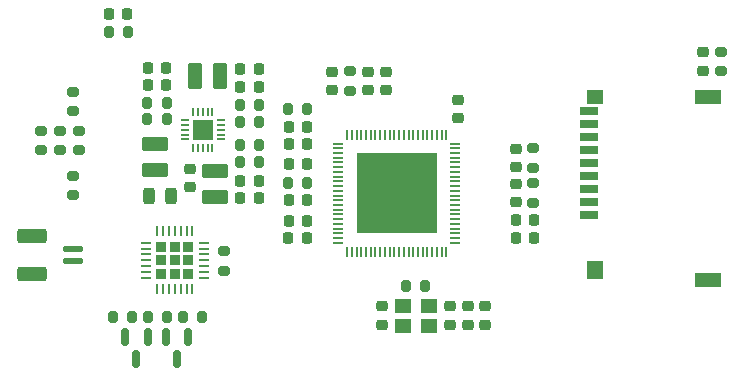
<source format=gbr>
%TF.GenerationSoftware,KiCad,Pcbnew,7.0.2*%
%TF.CreationDate,2023-05-11T00:09:11+08:00*%
%TF.ProjectId,LinuxDK,4c696e75-7844-44b2-9e6b-696361645f70,rev?*%
%TF.SameCoordinates,Original*%
%TF.FileFunction,Paste,Bot*%
%TF.FilePolarity,Positive*%
%FSLAX46Y46*%
G04 Gerber Fmt 4.6, Leading zero omitted, Abs format (unit mm)*
G04 Created by KiCad (PCBNEW 7.0.2) date 2023-05-11 00:09:11*
%MOMM*%
%LPD*%
G01*
G04 APERTURE LIST*
G04 Aperture macros list*
%AMRoundRect*
0 Rectangle with rounded corners*
0 $1 Rounding radius*
0 $2 $3 $4 $5 $6 $7 $8 $9 X,Y pos of 4 corners*
0 Add a 4 corners polygon primitive as box body*
4,1,4,$2,$3,$4,$5,$6,$7,$8,$9,$2,$3,0*
0 Add four circle primitives for the rounded corners*
1,1,$1+$1,$2,$3*
1,1,$1+$1,$4,$5*
1,1,$1+$1,$6,$7*
1,1,$1+$1,$8,$9*
0 Add four rect primitives between the rounded corners*
20,1,$1+$1,$2,$3,$4,$5,0*
20,1,$1+$1,$4,$5,$6,$7,0*
20,1,$1+$1,$6,$7,$8,$9,0*
20,1,$1+$1,$8,$9,$2,$3,0*%
G04 Aperture macros list end*
%ADD10R,1.600000X0.700000*%
%ADD11R,1.400000X1.200000*%
%ADD12R,1.400000X1.600000*%
%ADD13R,2.200000X1.200000*%
%ADD14RoundRect,0.200000X0.275000X-0.200000X0.275000X0.200000X-0.275000X0.200000X-0.275000X-0.200000X0*%
%ADD15RoundRect,0.225000X-0.225000X-0.250000X0.225000X-0.250000X0.225000X0.250000X-0.225000X0.250000X0*%
%ADD16RoundRect,0.225000X0.250000X-0.225000X0.250000X0.225000X-0.250000X0.225000X-0.250000X-0.225000X0*%
%ADD17RoundRect,0.200000X-0.200000X-0.275000X0.200000X-0.275000X0.200000X0.275000X-0.200000X0.275000X0*%
%ADD18RoundRect,0.150000X-0.150000X0.587500X-0.150000X-0.587500X0.150000X-0.587500X0.150000X0.587500X0*%
%ADD19RoundRect,0.200000X0.200000X0.275000X-0.200000X0.275000X-0.200000X-0.275000X0.200000X-0.275000X0*%
%ADD20RoundRect,0.218750X0.256250X-0.218750X0.256250X0.218750X-0.256250X0.218750X-0.256250X-0.218750X0*%
%ADD21RoundRect,0.225000X-0.250000X0.225000X-0.250000X-0.225000X0.250000X-0.225000X0.250000X0.225000X0*%
%ADD22R,0.800000X0.200000*%
%ADD23R,0.200000X0.800000*%
%ADD24R,1.750000X1.750000*%
%ADD25RoundRect,0.200000X-0.275000X0.200000X-0.275000X-0.200000X0.275000X-0.200000X0.275000X0.200000X0*%
%ADD26RoundRect,0.100000X-0.750000X0.150000X-0.750000X-0.150000X0.750000X-0.150000X0.750000X0.150000X0*%
%ADD27RoundRect,0.200000X-1.050000X0.400000X-1.050000X-0.400000X1.050000X-0.400000X1.050000X0.400000X0*%
%ADD28RoundRect,0.250000X-0.850000X0.375000X-0.850000X-0.375000X0.850000X-0.375000X0.850000X0.375000X0*%
%ADD29R,0.200000X0.850000*%
%ADD30R,0.850000X0.200000*%
%ADD31R,6.840000X6.840000*%
%ADD32RoundRect,0.250000X0.850000X-0.375000X0.850000X0.375000X-0.850000X0.375000X-0.850000X-0.375000X0*%
%ADD33RoundRect,0.225000X-0.225000X0.225000X-0.225000X-0.225000X0.225000X-0.225000X0.225000X0.225000X0*%
%ADD34RoundRect,0.062500X-0.062500X0.337500X-0.062500X-0.337500X0.062500X-0.337500X0.062500X0.337500X0*%
%ADD35RoundRect,0.062500X-0.337500X0.062500X-0.337500X-0.062500X0.337500X-0.062500X0.337500X0.062500X0*%
%ADD36RoundRect,0.243750X0.243750X0.456250X-0.243750X0.456250X-0.243750X-0.456250X0.243750X-0.456250X0*%
%ADD37RoundRect,0.225000X0.225000X0.250000X-0.225000X0.250000X-0.225000X-0.250000X0.225000X-0.250000X0*%
%ADD38RoundRect,0.250000X0.375000X0.850000X-0.375000X0.850000X-0.375000X-0.850000X0.375000X-0.850000X0*%
G04 APERTURE END LIST*
D10*
%TO.C,J5*%
X156251000Y-98513000D03*
X156251000Y-97413000D03*
X156251000Y-96313000D03*
X156251000Y-95213000D03*
X156251000Y-94113000D03*
X156251000Y-93013000D03*
X156251000Y-91913000D03*
X156251000Y-90813000D03*
X156251000Y-89713000D03*
D11*
X156751000Y-88513000D03*
D12*
X156751000Y-103113000D03*
D13*
X166351000Y-88513000D03*
X166351000Y-104013000D03*
%TD*%
D14*
%TO.C,R8*%
X112572800Y-89725000D03*
X112572800Y-88075000D03*
%TD*%
D15*
%TO.C,C10*%
X126723000Y-87654000D03*
X128273000Y-87654000D03*
%TD*%
D16*
%TO.C,C27*%
X150050100Y-94450200D03*
X150050100Y-92900200D03*
%TD*%
D15*
%TO.C,C4*%
X118873000Y-86034800D03*
X120423000Y-86034800D03*
%TD*%
D17*
%TO.C,R17*%
X126673000Y-89159000D03*
X128323000Y-89159000D03*
%TD*%
D18*
%TO.C,Q1*%
X116972000Y-108839000D03*
X118872000Y-108839000D03*
X117922000Y-110714000D03*
%TD*%
D17*
%TO.C,R2*%
X115557800Y-82981800D03*
X117207800Y-82981800D03*
%TD*%
D14*
%TO.C,R33*%
X125349000Y-103227000D03*
X125349000Y-101577000D03*
%TD*%
D19*
%TO.C,R13*%
X120473000Y-88981200D03*
X118823000Y-88981200D03*
%TD*%
%TO.C,R22*%
X128309000Y-94011800D03*
X126659000Y-94011800D03*
%TD*%
D17*
%TO.C,R4*%
X118861800Y-107109500D03*
X120511800Y-107109500D03*
%TD*%
D20*
%TO.C,D3*%
X165912800Y-86283900D03*
X165912800Y-84708900D03*
%TD*%
D15*
%TO.C,C17*%
X130797000Y-92510000D03*
X132347000Y-92510000D03*
%TD*%
D18*
%TO.C,Q2*%
X120411200Y-108836700D03*
X122311200Y-108836700D03*
X121361200Y-110711700D03*
%TD*%
D17*
%TO.C,R1*%
X140720000Y-104516000D03*
X142370000Y-104516000D03*
%TD*%
D21*
%TO.C,C34*%
X134493000Y-86379000D03*
X134493000Y-87929000D03*
%TD*%
D14*
%TO.C,R11*%
X109829600Y-93027000D03*
X109829600Y-91377000D03*
%TD*%
D22*
%TO.C,IC2*%
X125047000Y-90494000D03*
X125047000Y-90894000D03*
X125047000Y-91294000D03*
X125047000Y-91694000D03*
X125047000Y-92094000D03*
D23*
X124347000Y-92794000D03*
X123947000Y-92794000D03*
X123547000Y-92794000D03*
X123147000Y-92794000D03*
X122747000Y-92794000D03*
D22*
X122047000Y-92094000D03*
X122047000Y-91694000D03*
X122047000Y-91294000D03*
X122047000Y-90894000D03*
X122047000Y-90494000D03*
D23*
X122747000Y-89794000D03*
X123147000Y-89794000D03*
X123547000Y-89794000D03*
X123947000Y-89794000D03*
X124347000Y-89794000D03*
D24*
X123547000Y-91294000D03*
%TD*%
D25*
%TO.C,R27*%
X151497900Y-92850200D03*
X151497900Y-94500200D03*
%TD*%
D21*
%TO.C,C2*%
X138736400Y-106229000D03*
X138736400Y-107779000D03*
%TD*%
D15*
%TO.C,C11*%
X126709000Y-97028000D03*
X128259000Y-97028000D03*
%TD*%
D16*
%TO.C,C29*%
X145161000Y-90310000D03*
X145161000Y-88760000D03*
%TD*%
D15*
%TO.C,C6*%
X118873000Y-87508000D03*
X120423000Y-87508000D03*
%TD*%
D14*
%TO.C,R10*%
X113030000Y-93027000D03*
X113030000Y-91377000D03*
%TD*%
D21*
%TO.C,C24*%
X145982200Y-106229000D03*
X145982200Y-107779000D03*
%TD*%
D17*
%TO.C,R25*%
X130747000Y-95805600D03*
X132397000Y-95805600D03*
%TD*%
D26*
%TO.C,J12*%
X112517000Y-101354000D03*
X112517000Y-102354000D03*
D27*
X109117000Y-100254000D03*
X109117000Y-103454000D03*
%TD*%
D14*
%TO.C,R7*%
X112572800Y-96837000D03*
X112572800Y-95187000D03*
%TD*%
D16*
%TO.C,C1*%
X144451400Y-107779000D03*
X144451400Y-106229000D03*
%TD*%
%TO.C,C22*%
X139014200Y-87929000D03*
X139014200Y-86379000D03*
%TD*%
D11*
%TO.C,Y1*%
X142688000Y-107867000D03*
X140488000Y-107867000D03*
X140488000Y-106167000D03*
X142688000Y-106167000D03*
%TD*%
D28*
%TO.C,L1*%
X119504000Y-92505000D03*
X119504000Y-94655000D03*
%TD*%
D17*
%TO.C,R26*%
X130747000Y-89538200D03*
X132397000Y-89538200D03*
%TD*%
D15*
%TO.C,C26*%
X150025100Y-100406200D03*
X151575100Y-100406200D03*
%TD*%
D19*
%TO.C,R16*%
X128323000Y-90601800D03*
X126673000Y-90601800D03*
%TD*%
D14*
%TO.C,R9*%
X111455200Y-93027000D03*
X111455200Y-91377000D03*
%TD*%
%TO.C,R34*%
X135966200Y-87979000D03*
X135966200Y-86329000D03*
%TD*%
D29*
%TO.C,IC1*%
X135754000Y-91697000D03*
X136154000Y-91697000D03*
X136554000Y-91697000D03*
X136954000Y-91697000D03*
X137354000Y-91697000D03*
X137754000Y-91697000D03*
X138154000Y-91697000D03*
X138554000Y-91697000D03*
X138954000Y-91697000D03*
X139354000Y-91697000D03*
X139754000Y-91697000D03*
X140154000Y-91697000D03*
X140554000Y-91697000D03*
X140954000Y-91697000D03*
X141354000Y-91697000D03*
X141754000Y-91697000D03*
X142154000Y-91697000D03*
X142554000Y-91697000D03*
X142954000Y-91697000D03*
X143354000Y-91697000D03*
X143754000Y-91697000D03*
X144154000Y-91697000D03*
D30*
X144904000Y-92447000D03*
X144904000Y-92847000D03*
X144904000Y-93247000D03*
X144904000Y-93647000D03*
X144904000Y-94047000D03*
X144904000Y-94447000D03*
X144904000Y-94847000D03*
X144904000Y-95247000D03*
X144904000Y-95647000D03*
X144904000Y-96047000D03*
X144904000Y-96447000D03*
X144904000Y-96847000D03*
X144904000Y-97247000D03*
X144904000Y-97647000D03*
X144904000Y-98047000D03*
X144904000Y-98447000D03*
X144904000Y-98847000D03*
X144904000Y-99247000D03*
X144904000Y-99647000D03*
X144904000Y-100047000D03*
X144904000Y-100447000D03*
X144904000Y-100847000D03*
D29*
X144154000Y-101597000D03*
X143754000Y-101597000D03*
X143354000Y-101597000D03*
X142954000Y-101597000D03*
X142554000Y-101597000D03*
X142154000Y-101597000D03*
X141754000Y-101597000D03*
X141354000Y-101597000D03*
X140954000Y-101597000D03*
X140554000Y-101597000D03*
X140154000Y-101597000D03*
X139754000Y-101597000D03*
X139354000Y-101597000D03*
X138954000Y-101597000D03*
X138554000Y-101597000D03*
X138154000Y-101597000D03*
X137754000Y-101597000D03*
X137354000Y-101597000D03*
X136954000Y-101597000D03*
X136554000Y-101597000D03*
X136154000Y-101597000D03*
X135754000Y-101597000D03*
D30*
X135004000Y-100847000D03*
X135004000Y-100447000D03*
X135004000Y-100047000D03*
X135004000Y-99647000D03*
X135004000Y-99247000D03*
X135004000Y-98847000D03*
X135004000Y-98447000D03*
X135004000Y-98047000D03*
X135004000Y-97647000D03*
X135004000Y-97247000D03*
X135004000Y-96847000D03*
X135004000Y-96447000D03*
X135004000Y-96047000D03*
X135004000Y-95647000D03*
X135004000Y-95247000D03*
X135004000Y-94847000D03*
X135004000Y-94447000D03*
X135004000Y-94047000D03*
X135004000Y-93647000D03*
X135004000Y-93247000D03*
X135004000Y-92847000D03*
X135004000Y-92447000D03*
D31*
X139954000Y-96647000D03*
%TD*%
D17*
%TO.C,R18*%
X126673000Y-92564000D03*
X128323000Y-92564000D03*
%TD*%
D15*
%TO.C,C12*%
X126723000Y-86130000D03*
X128273000Y-86130000D03*
%TD*%
D21*
%TO.C,C23*%
X147430000Y-106229000D03*
X147430000Y-107779000D03*
%TD*%
D15*
%TO.C,C13*%
X126709000Y-95612000D03*
X128259000Y-95612000D03*
%TD*%
D25*
%TO.C,R28*%
X151497900Y-95822000D03*
X151497900Y-97472000D03*
%TD*%
D32*
%TO.C,L3*%
X124563000Y-96941000D03*
X124563000Y-94791000D03*
%TD*%
D33*
%TO.C,U3*%
X122278000Y-101219000D03*
X121158000Y-101219000D03*
X120038000Y-101219000D03*
X122278000Y-102339000D03*
X121158000Y-102339000D03*
X120038000Y-102339000D03*
X122278000Y-103459000D03*
X121158000Y-103459000D03*
X120038000Y-103459000D03*
D34*
X119658000Y-99889000D03*
X120158000Y-99889000D03*
X120658000Y-99889000D03*
X121158000Y-99889000D03*
X121658000Y-99889000D03*
X122158000Y-99889000D03*
X122658000Y-99889000D03*
D35*
X123608000Y-100839000D03*
X123608000Y-101339000D03*
X123608000Y-101839000D03*
X123608000Y-102339000D03*
X123608000Y-102839000D03*
X123608000Y-103339000D03*
X123608000Y-103839000D03*
D34*
X122658000Y-104789000D03*
X122158000Y-104789000D03*
X121658000Y-104789000D03*
X121158000Y-104789000D03*
X120658000Y-104789000D03*
X120158000Y-104789000D03*
X119658000Y-104789000D03*
D35*
X118708000Y-103839000D03*
X118708000Y-103339000D03*
X118708000Y-102839000D03*
X118708000Y-102339000D03*
X118708000Y-101839000D03*
X118708000Y-101339000D03*
X118708000Y-100839000D03*
%TD*%
D19*
%TO.C,R3*%
X117565400Y-107109500D03*
X115915400Y-107109500D03*
%TD*%
D16*
%TO.C,C28*%
X150050100Y-97422000D03*
X150050100Y-95872000D03*
%TD*%
D17*
%TO.C,R14*%
X118823000Y-90405000D03*
X120473000Y-90405000D03*
%TD*%
D15*
%TO.C,C16*%
X130797000Y-94157800D03*
X132347000Y-94157800D03*
%TD*%
%TO.C,C25*%
X150025100Y-98933000D03*
X151575100Y-98933000D03*
%TD*%
D36*
%TO.C,F1*%
X120825500Y-96901000D03*
X118950500Y-96901000D03*
%TD*%
D37*
%TO.C,C15*%
X132347000Y-97253400D03*
X130797000Y-97253400D03*
%TD*%
D21*
%TO.C,C9*%
X122428000Y-94602000D03*
X122428000Y-96152000D03*
%TD*%
D37*
%TO.C,C3*%
X117132400Y-81483200D03*
X115582400Y-81483200D03*
%TD*%
D14*
%TO.C,R12*%
X167380500Y-86321400D03*
X167380500Y-84671400D03*
%TD*%
D16*
%TO.C,C21*%
X137541000Y-87929000D03*
X137541000Y-86379000D03*
%TD*%
D37*
%TO.C,C19*%
X130784600Y-100457000D03*
X132334600Y-100457000D03*
%TD*%
D15*
%TO.C,C18*%
X130797000Y-91011400D03*
X132347000Y-91011400D03*
%TD*%
D37*
%TO.C,C20*%
X130797000Y-99034600D03*
X132347000Y-99034600D03*
%TD*%
D38*
%TO.C,L2*%
X125003000Y-86722000D03*
X122853000Y-86722000D03*
%TD*%
D17*
%TO.C,R5*%
X121833600Y-107109500D03*
X123483600Y-107109500D03*
%TD*%
M02*

</source>
